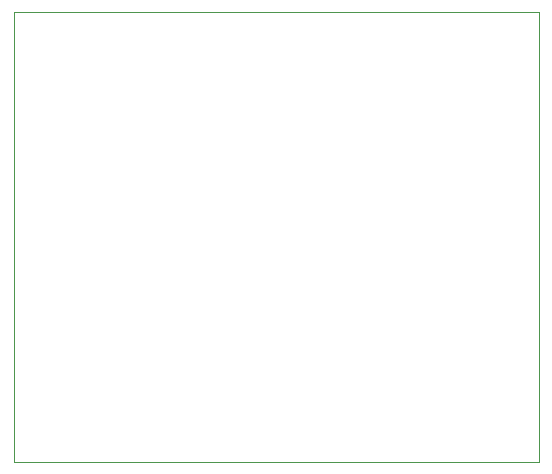
<source format=gbr>
G04 (created by PCBNEW (2013-07-07 BZR 4022)-stable) date 3/25/2014 11:42:21 PM*
%MOIN*%
G04 Gerber Fmt 3.4, Leading zero omitted, Abs format*
%FSLAX34Y34*%
G01*
G70*
G90*
G04 APERTURE LIST*
%ADD10C,0.00590551*%
%ADD11C,0.00393701*%
G04 APERTURE END LIST*
G54D10*
G54D11*
X94750Y-59750D02*
X77250Y-59750D01*
X94750Y-44750D02*
X94750Y-59750D01*
X77250Y-44750D02*
X94750Y-44750D01*
X77250Y-59750D02*
X77250Y-44750D01*
M02*

</source>
